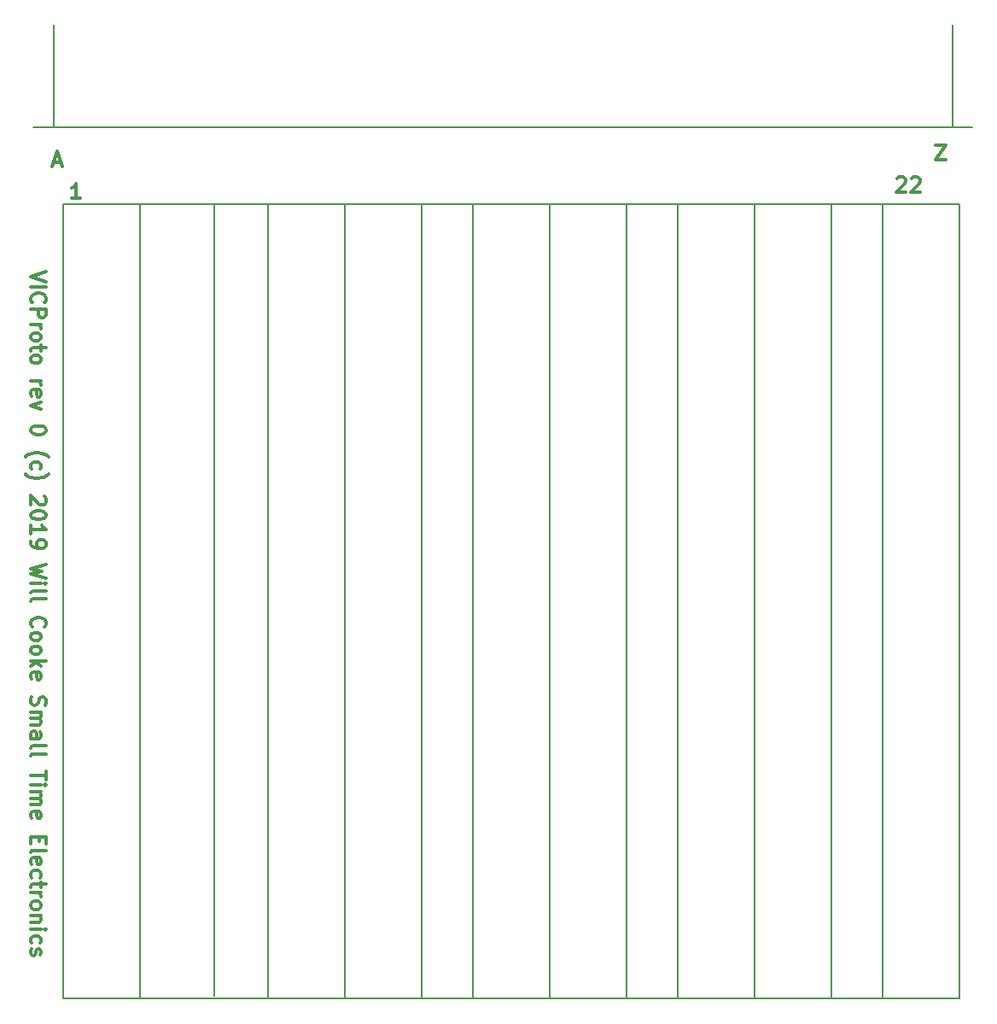
<source format=gbr>
G04 #@! TF.GenerationSoftware,KiCad,Pcbnew,5.0.2+dfsg1-1~bpo9+1*
G04 #@! TF.CreationDate,2020-04-17T05:40:57-05:00*
G04 #@! TF.ProjectId,VICProto,56494350-726f-4746-9f2e-6b696361645f,rev?*
G04 #@! TF.SameCoordinates,Original*
G04 #@! TF.FileFunction,Legend,Top*
G04 #@! TF.FilePolarity,Positive*
%FSLAX46Y46*%
G04 Gerber Fmt 4.6, Leading zero omitted, Abs format (unit mm)*
G04 Created by KiCad (PCBNEW 5.0.2+dfsg1-1~bpo9+1) date Fri 17 Apr 2020 05:40:57 AM CDT*
%MOMM*%
%LPD*%
G01*
G04 APERTURE LIST*
%ADD10C,0.300000*%
%ADD11C,0.200000*%
%ADD12C,0.150000*%
G04 APERTURE END LIST*
D10*
X103691428Y-43505714D02*
X102191428Y-44005714D01*
X103691428Y-44505714D01*
X102191428Y-45005714D02*
X103691428Y-45005714D01*
X102334285Y-46577142D02*
X102262857Y-46505714D01*
X102191428Y-46291428D01*
X102191428Y-46148571D01*
X102262857Y-45934285D01*
X102405714Y-45791428D01*
X102548571Y-45720000D01*
X102834285Y-45648571D01*
X103048571Y-45648571D01*
X103334285Y-45720000D01*
X103477142Y-45791428D01*
X103620000Y-45934285D01*
X103691428Y-46148571D01*
X103691428Y-46291428D01*
X103620000Y-46505714D01*
X103548571Y-46577142D01*
X102191428Y-47220000D02*
X103691428Y-47220000D01*
X103691428Y-47791428D01*
X103620000Y-47934285D01*
X103548571Y-48005714D01*
X103405714Y-48077142D01*
X103191428Y-48077142D01*
X103048571Y-48005714D01*
X102977142Y-47934285D01*
X102905714Y-47791428D01*
X102905714Y-47220000D01*
X102191428Y-48720000D02*
X103191428Y-48720000D01*
X102905714Y-48720000D02*
X103048571Y-48791428D01*
X103120000Y-48862857D01*
X103191428Y-49005714D01*
X103191428Y-49148571D01*
X102191428Y-49862857D02*
X102262857Y-49720000D01*
X102334285Y-49648571D01*
X102477142Y-49577142D01*
X102905714Y-49577142D01*
X103048571Y-49648571D01*
X103120000Y-49720000D01*
X103191428Y-49862857D01*
X103191428Y-50077142D01*
X103120000Y-50220000D01*
X103048571Y-50291428D01*
X102905714Y-50362857D01*
X102477142Y-50362857D01*
X102334285Y-50291428D01*
X102262857Y-50220000D01*
X102191428Y-50077142D01*
X102191428Y-49862857D01*
X103191428Y-50791428D02*
X103191428Y-51362857D01*
X103691428Y-51005714D02*
X102405714Y-51005714D01*
X102262857Y-51077142D01*
X102191428Y-51220000D01*
X102191428Y-51362857D01*
X102191428Y-52077142D02*
X102262857Y-51934285D01*
X102334285Y-51862857D01*
X102477142Y-51791428D01*
X102905714Y-51791428D01*
X103048571Y-51862857D01*
X103120000Y-51934285D01*
X103191428Y-52077142D01*
X103191428Y-52291428D01*
X103120000Y-52434285D01*
X103048571Y-52505714D01*
X102905714Y-52577142D01*
X102477142Y-52577142D01*
X102334285Y-52505714D01*
X102262857Y-52434285D01*
X102191428Y-52291428D01*
X102191428Y-52077142D01*
X102191428Y-54362857D02*
X103191428Y-54362857D01*
X102905714Y-54362857D02*
X103048571Y-54434285D01*
X103120000Y-54505714D01*
X103191428Y-54648571D01*
X103191428Y-54791428D01*
X102262857Y-55862857D02*
X102191428Y-55720000D01*
X102191428Y-55434285D01*
X102262857Y-55291428D01*
X102405714Y-55220000D01*
X102977142Y-55220000D01*
X103120000Y-55291428D01*
X103191428Y-55434285D01*
X103191428Y-55720000D01*
X103120000Y-55862857D01*
X102977142Y-55934285D01*
X102834285Y-55934285D01*
X102691428Y-55220000D01*
X103191428Y-56434285D02*
X102191428Y-56791428D01*
X103191428Y-57148571D01*
X103691428Y-59148571D02*
X103691428Y-59291428D01*
X103620000Y-59434285D01*
X103548571Y-59505714D01*
X103405714Y-59577142D01*
X103120000Y-59648571D01*
X102762857Y-59648571D01*
X102477142Y-59577142D01*
X102334285Y-59505714D01*
X102262857Y-59434285D01*
X102191428Y-59291428D01*
X102191428Y-59148571D01*
X102262857Y-59005714D01*
X102334285Y-58934285D01*
X102477142Y-58862857D01*
X102762857Y-58791428D01*
X103120000Y-58791428D01*
X103405714Y-58862857D01*
X103548571Y-58934285D01*
X103620000Y-59005714D01*
X103691428Y-59148571D01*
X101620000Y-61862857D02*
X101691428Y-61791428D01*
X101905714Y-61648571D01*
X102048571Y-61577142D01*
X102262857Y-61505714D01*
X102620000Y-61434285D01*
X102905714Y-61434285D01*
X103262857Y-61505714D01*
X103477142Y-61577142D01*
X103620000Y-61648571D01*
X103834285Y-61791428D01*
X103905714Y-61862857D01*
X102262857Y-63077142D02*
X102191428Y-62934285D01*
X102191428Y-62648571D01*
X102262857Y-62505714D01*
X102334285Y-62434285D01*
X102477142Y-62362857D01*
X102905714Y-62362857D01*
X103048571Y-62434285D01*
X103120000Y-62505714D01*
X103191428Y-62648571D01*
X103191428Y-62934285D01*
X103120000Y-63077142D01*
X101620000Y-63577142D02*
X101691428Y-63648571D01*
X101905714Y-63791428D01*
X102048571Y-63862857D01*
X102262857Y-63934285D01*
X102620000Y-64005714D01*
X102905714Y-64005714D01*
X103262857Y-63934285D01*
X103477142Y-63862857D01*
X103620000Y-63791428D01*
X103834285Y-63648571D01*
X103905714Y-63577142D01*
X103548571Y-65791428D02*
X103620000Y-65862857D01*
X103691428Y-66005714D01*
X103691428Y-66362857D01*
X103620000Y-66505714D01*
X103548571Y-66577142D01*
X103405714Y-66648571D01*
X103262857Y-66648571D01*
X103048571Y-66577142D01*
X102191428Y-65720000D01*
X102191428Y-66648571D01*
X103691428Y-67577142D02*
X103691428Y-67720000D01*
X103620000Y-67862857D01*
X103548571Y-67934285D01*
X103405714Y-68005714D01*
X103120000Y-68077142D01*
X102762857Y-68077142D01*
X102477142Y-68005714D01*
X102334285Y-67934285D01*
X102262857Y-67862857D01*
X102191428Y-67720000D01*
X102191428Y-67577142D01*
X102262857Y-67434285D01*
X102334285Y-67362857D01*
X102477142Y-67291428D01*
X102762857Y-67220000D01*
X103120000Y-67220000D01*
X103405714Y-67291428D01*
X103548571Y-67362857D01*
X103620000Y-67434285D01*
X103691428Y-67577142D01*
X102191428Y-69505714D02*
X102191428Y-68648571D01*
X102191428Y-69077142D02*
X103691428Y-69077142D01*
X103477142Y-68934285D01*
X103334285Y-68791428D01*
X103262857Y-68648571D01*
X102191428Y-70220000D02*
X102191428Y-70505714D01*
X102262857Y-70648571D01*
X102334285Y-70720000D01*
X102548571Y-70862857D01*
X102834285Y-70934285D01*
X103405714Y-70934285D01*
X103548571Y-70862857D01*
X103620000Y-70791428D01*
X103691428Y-70648571D01*
X103691428Y-70362857D01*
X103620000Y-70220000D01*
X103548571Y-70148571D01*
X103405714Y-70077142D01*
X103048571Y-70077142D01*
X102905714Y-70148571D01*
X102834285Y-70220000D01*
X102762857Y-70362857D01*
X102762857Y-70648571D01*
X102834285Y-70791428D01*
X102905714Y-70862857D01*
X103048571Y-70934285D01*
X103691428Y-72577142D02*
X102191428Y-72934285D01*
X103262857Y-73220000D01*
X102191428Y-73505714D01*
X103691428Y-73862857D01*
X102191428Y-74434285D02*
X103191428Y-74434285D01*
X103691428Y-74434285D02*
X103620000Y-74362857D01*
X103548571Y-74434285D01*
X103620000Y-74505714D01*
X103691428Y-74434285D01*
X103548571Y-74434285D01*
X102191428Y-75362857D02*
X102262857Y-75220000D01*
X102405714Y-75148571D01*
X103691428Y-75148571D01*
X102191428Y-76148571D02*
X102262857Y-76005714D01*
X102405714Y-75934285D01*
X103691428Y-75934285D01*
X102334285Y-78720000D02*
X102262857Y-78648571D01*
X102191428Y-78434285D01*
X102191428Y-78291428D01*
X102262857Y-78077142D01*
X102405714Y-77934285D01*
X102548571Y-77862857D01*
X102834285Y-77791428D01*
X103048571Y-77791428D01*
X103334285Y-77862857D01*
X103477142Y-77934285D01*
X103620000Y-78077142D01*
X103691428Y-78291428D01*
X103691428Y-78434285D01*
X103620000Y-78648571D01*
X103548571Y-78720000D01*
X102191428Y-79577142D02*
X102262857Y-79434285D01*
X102334285Y-79362857D01*
X102477142Y-79291428D01*
X102905714Y-79291428D01*
X103048571Y-79362857D01*
X103120000Y-79434285D01*
X103191428Y-79577142D01*
X103191428Y-79791428D01*
X103120000Y-79934285D01*
X103048571Y-80005714D01*
X102905714Y-80077142D01*
X102477142Y-80077142D01*
X102334285Y-80005714D01*
X102262857Y-79934285D01*
X102191428Y-79791428D01*
X102191428Y-79577142D01*
X102191428Y-80934285D02*
X102262857Y-80791428D01*
X102334285Y-80720000D01*
X102477142Y-80648571D01*
X102905714Y-80648571D01*
X103048571Y-80720000D01*
X103120000Y-80791428D01*
X103191428Y-80934285D01*
X103191428Y-81148571D01*
X103120000Y-81291428D01*
X103048571Y-81362857D01*
X102905714Y-81434285D01*
X102477142Y-81434285D01*
X102334285Y-81362857D01*
X102262857Y-81291428D01*
X102191428Y-81148571D01*
X102191428Y-80934285D01*
X102191428Y-82077142D02*
X103691428Y-82077142D01*
X102762857Y-82220000D02*
X102191428Y-82648571D01*
X103191428Y-82648571D02*
X102620000Y-82077142D01*
X102262857Y-83862857D02*
X102191428Y-83720000D01*
X102191428Y-83434285D01*
X102262857Y-83291428D01*
X102405714Y-83220000D01*
X102977142Y-83220000D01*
X103120000Y-83291428D01*
X103191428Y-83434285D01*
X103191428Y-83720000D01*
X103120000Y-83862857D01*
X102977142Y-83934285D01*
X102834285Y-83934285D01*
X102691428Y-83220000D01*
X102262857Y-85648571D02*
X102191428Y-85862857D01*
X102191428Y-86220000D01*
X102262857Y-86362857D01*
X102334285Y-86434285D01*
X102477142Y-86505714D01*
X102620000Y-86505714D01*
X102762857Y-86434285D01*
X102834285Y-86362857D01*
X102905714Y-86220000D01*
X102977142Y-85934285D01*
X103048571Y-85791428D01*
X103120000Y-85720000D01*
X103262857Y-85648571D01*
X103405714Y-85648571D01*
X103548571Y-85720000D01*
X103620000Y-85791428D01*
X103691428Y-85934285D01*
X103691428Y-86291428D01*
X103620000Y-86505714D01*
X102191428Y-87148571D02*
X103191428Y-87148571D01*
X103048571Y-87148571D02*
X103120000Y-87220000D01*
X103191428Y-87362857D01*
X103191428Y-87577142D01*
X103120000Y-87720000D01*
X102977142Y-87791428D01*
X102191428Y-87791428D01*
X102977142Y-87791428D02*
X103120000Y-87862857D01*
X103191428Y-88005714D01*
X103191428Y-88220000D01*
X103120000Y-88362857D01*
X102977142Y-88434285D01*
X102191428Y-88434285D01*
X102191428Y-89791428D02*
X102977142Y-89791428D01*
X103120000Y-89720000D01*
X103191428Y-89577142D01*
X103191428Y-89291428D01*
X103120000Y-89148571D01*
X102262857Y-89791428D02*
X102191428Y-89648571D01*
X102191428Y-89291428D01*
X102262857Y-89148571D01*
X102405714Y-89077142D01*
X102548571Y-89077142D01*
X102691428Y-89148571D01*
X102762857Y-89291428D01*
X102762857Y-89648571D01*
X102834285Y-89791428D01*
X102191428Y-90720000D02*
X102262857Y-90577142D01*
X102405714Y-90505714D01*
X103691428Y-90505714D01*
X102191428Y-91505714D02*
X102262857Y-91362857D01*
X102405714Y-91291428D01*
X103691428Y-91291428D01*
X103691428Y-93005714D02*
X103691428Y-93862857D01*
X102191428Y-93434285D02*
X103691428Y-93434285D01*
X102191428Y-94362857D02*
X103191428Y-94362857D01*
X103691428Y-94362857D02*
X103620000Y-94291428D01*
X103548571Y-94362857D01*
X103620000Y-94434285D01*
X103691428Y-94362857D01*
X103548571Y-94362857D01*
X102191428Y-95077142D02*
X103191428Y-95077142D01*
X103048571Y-95077142D02*
X103120000Y-95148571D01*
X103191428Y-95291428D01*
X103191428Y-95505714D01*
X103120000Y-95648571D01*
X102977142Y-95720000D01*
X102191428Y-95720000D01*
X102977142Y-95720000D02*
X103120000Y-95791428D01*
X103191428Y-95934285D01*
X103191428Y-96148571D01*
X103120000Y-96291428D01*
X102977142Y-96362857D01*
X102191428Y-96362857D01*
X102262857Y-97648571D02*
X102191428Y-97505714D01*
X102191428Y-97220000D01*
X102262857Y-97077142D01*
X102405714Y-97005714D01*
X102977142Y-97005714D01*
X103120000Y-97077142D01*
X103191428Y-97220000D01*
X103191428Y-97505714D01*
X103120000Y-97648571D01*
X102977142Y-97720000D01*
X102834285Y-97720000D01*
X102691428Y-97005714D01*
X102977142Y-99505714D02*
X102977142Y-100005714D01*
X102191428Y-100220000D02*
X102191428Y-99505714D01*
X103691428Y-99505714D01*
X103691428Y-100220000D01*
X102191428Y-101077142D02*
X102262857Y-100934285D01*
X102405714Y-100862857D01*
X103691428Y-100862857D01*
X102262857Y-102220000D02*
X102191428Y-102077142D01*
X102191428Y-101791428D01*
X102262857Y-101648571D01*
X102405714Y-101577142D01*
X102977142Y-101577142D01*
X103120000Y-101648571D01*
X103191428Y-101791428D01*
X103191428Y-102077142D01*
X103120000Y-102220000D01*
X102977142Y-102291428D01*
X102834285Y-102291428D01*
X102691428Y-101577142D01*
X102262857Y-103577142D02*
X102191428Y-103434285D01*
X102191428Y-103148571D01*
X102262857Y-103005714D01*
X102334285Y-102934285D01*
X102477142Y-102862857D01*
X102905714Y-102862857D01*
X103048571Y-102934285D01*
X103120000Y-103005714D01*
X103191428Y-103148571D01*
X103191428Y-103434285D01*
X103120000Y-103577142D01*
X103191428Y-104005714D02*
X103191428Y-104577142D01*
X103691428Y-104220000D02*
X102405714Y-104220000D01*
X102262857Y-104291428D01*
X102191428Y-104434285D01*
X102191428Y-104577142D01*
X102191428Y-105077142D02*
X103191428Y-105077142D01*
X102905714Y-105077142D02*
X103048571Y-105148571D01*
X103120000Y-105220000D01*
X103191428Y-105362857D01*
X103191428Y-105505714D01*
X102191428Y-106220000D02*
X102262857Y-106077142D01*
X102334285Y-106005714D01*
X102477142Y-105934285D01*
X102905714Y-105934285D01*
X103048571Y-106005714D01*
X103120000Y-106077142D01*
X103191428Y-106220000D01*
X103191428Y-106434285D01*
X103120000Y-106577142D01*
X103048571Y-106648571D01*
X102905714Y-106720000D01*
X102477142Y-106720000D01*
X102334285Y-106648571D01*
X102262857Y-106577142D01*
X102191428Y-106434285D01*
X102191428Y-106220000D01*
X103191428Y-107362857D02*
X102191428Y-107362857D01*
X103048571Y-107362857D02*
X103120000Y-107434285D01*
X103191428Y-107577142D01*
X103191428Y-107791428D01*
X103120000Y-107934285D01*
X102977142Y-108005714D01*
X102191428Y-108005714D01*
X102191428Y-108720000D02*
X103191428Y-108720000D01*
X103691428Y-108720000D02*
X103620000Y-108648571D01*
X103548571Y-108720000D01*
X103620000Y-108791428D01*
X103691428Y-108720000D01*
X103548571Y-108720000D01*
X102262857Y-110077142D02*
X102191428Y-109934285D01*
X102191428Y-109648571D01*
X102262857Y-109505714D01*
X102334285Y-109434285D01*
X102477142Y-109362857D01*
X102905714Y-109362857D01*
X103048571Y-109434285D01*
X103120000Y-109505714D01*
X103191428Y-109648571D01*
X103191428Y-109934285D01*
X103120000Y-110077142D01*
X102262857Y-110648571D02*
X102191428Y-110791428D01*
X102191428Y-111077142D01*
X102262857Y-111220000D01*
X102405714Y-111291428D01*
X102477142Y-111291428D01*
X102620000Y-111220000D01*
X102691428Y-111077142D01*
X102691428Y-110862857D01*
X102762857Y-110720000D01*
X102905714Y-110648571D01*
X102977142Y-110648571D01*
X103120000Y-110720000D01*
X103191428Y-110862857D01*
X103191428Y-111077142D01*
X103120000Y-111220000D01*
X188087142Y-34246428D02*
X188158571Y-34175000D01*
X188301428Y-34103571D01*
X188658571Y-34103571D01*
X188801428Y-34175000D01*
X188872857Y-34246428D01*
X188944285Y-34389285D01*
X188944285Y-34532142D01*
X188872857Y-34746428D01*
X188015714Y-35603571D01*
X188944285Y-35603571D01*
X189515714Y-34246428D02*
X189587142Y-34175000D01*
X189730000Y-34103571D01*
X190087142Y-34103571D01*
X190230000Y-34175000D01*
X190301428Y-34246428D01*
X190372857Y-34389285D01*
X190372857Y-34532142D01*
X190301428Y-34746428D01*
X189444285Y-35603571D01*
X190372857Y-35603571D01*
X191905000Y-30928571D02*
X192905000Y-30928571D01*
X191905000Y-32428571D01*
X192905000Y-32428571D01*
X104417857Y-32635000D02*
X105132142Y-32635000D01*
X104275000Y-33063571D02*
X104775000Y-31563571D01*
X105275000Y-33063571D01*
X107108571Y-36238571D02*
X106251428Y-36238571D01*
X106680000Y-36238571D02*
X106680000Y-34738571D01*
X106537142Y-34952857D01*
X106394285Y-35095714D01*
X106251428Y-35167142D01*
D11*
X186690000Y-115570000D02*
X186690000Y-36830000D01*
X181610000Y-36830000D02*
X181610000Y-115570000D01*
X173990000Y-115570000D02*
X173990000Y-36830000D01*
X166370000Y-36830000D02*
X166370000Y-115570000D01*
X161290000Y-115570000D02*
X161290000Y-36830000D01*
X153670000Y-36830000D02*
X153670000Y-115570000D01*
X146050000Y-115570000D02*
X146050000Y-36830000D01*
X140970000Y-36830000D02*
X140970000Y-115570000D01*
X133350000Y-115570000D02*
X133350000Y-36830000D01*
X125730000Y-36830000D02*
X125730000Y-115570000D01*
X120396000Y-115316000D02*
X120396000Y-36830000D01*
X113030000Y-36830000D02*
X113030000Y-115570000D01*
X105410000Y-115570000D02*
X105410000Y-36830000D01*
X194310000Y-115570000D02*
X105410000Y-115570000D01*
X194310000Y-36830000D02*
X194310000Y-115570000D01*
X105410000Y-36830000D02*
X194310000Y-36830000D01*
D12*
G04 #@! TO.C,CONN\002A\002A*
X195554600Y-29210000D02*
X102438200Y-29210000D01*
X193573400Y-29210000D02*
X195554600Y-29210000D01*
X104419400Y-29210000D02*
X193573400Y-29210000D01*
X104419400Y-27940000D02*
X104419400Y-19050000D01*
X193573400Y-19050000D02*
X193573400Y-27940000D01*
X193573400Y-29210000D02*
X193573400Y-27940000D01*
X104419400Y-29210000D02*
X104419400Y-27940000D01*
G04 #@! TD*
M02*

</source>
